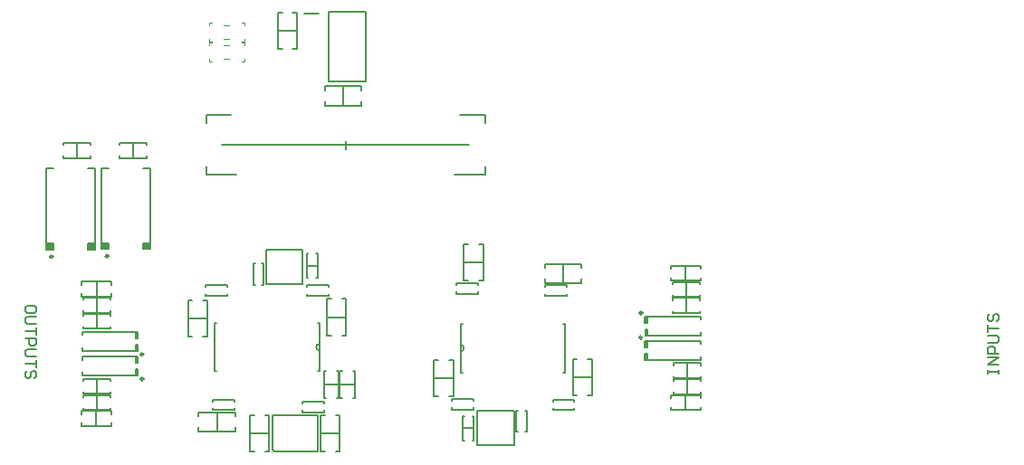
<source format=gto>
G04*
G04 #@! TF.GenerationSoftware,Altium Limited,Altium Designer,21.8.1 (53)*
G04*
G04 Layer_Color=65535*
%FSLAX25Y25*%
%MOIN*%
G70*
G04*
G04 #@! TF.SameCoordinates,C51AC878-C841-4A90-9CA5-41AFAFBE50B8*
G04*
G04*
G04 #@! TF.FilePolarity,Positive*
G04*
G01*
G75*
%ADD10C,0.00984*%
%ADD11C,0.00600*%
%ADD12C,0.00394*%
%ADD13C,0.00787*%
%ADD14C,0.00591*%
%ADD15C,0.00200*%
%ADD16C,0.00500*%
%ADD17C,0.00800*%
%ADD18R,0.02657X0.02165*%
%ADD19R,0.00591X0.02362*%
D10*
X289173Y288878D02*
G03*
X289173Y288878I-492J0D01*
G01*
X322579Y243768D02*
G03*
X322579Y243768I-492J0D01*
G01*
X506240Y268110D02*
G03*
X506240Y268110I-492J0D01*
G01*
X322579Y252823D02*
G03*
X322579Y252823I-492J0D01*
G01*
X506161Y259055D02*
G03*
X506161Y259055I-492J0D01*
G01*
X309646Y289075D02*
G03*
X309646Y289075I-492J0D01*
G01*
D11*
X439332Y253918D02*
G03*
X439332Y256318I0J1200D01*
G01*
X387410Y256712D02*
G03*
X387410Y254312I0J-1200D01*
G01*
X439332Y246218D02*
X440032D01*
X439332D02*
Y253918D01*
Y256318D01*
Y264018D01*
X477232D02*
X477932D01*
Y246218D02*
Y264018D01*
X477232Y246218D02*
X477932D01*
X439332Y264018D02*
X440032D01*
X386710Y246612D02*
X387410D01*
X348810Y264412D02*
X349510D01*
X348810Y246612D02*
Y264412D01*
Y246612D02*
X349510Y246612D01*
X387410Y246612D02*
X387410Y254312D01*
X387410Y256712D02*
X387410Y254312D01*
X387410Y256712D02*
Y264412D01*
X386710D02*
X387410D01*
X345694Y321999D02*
X345694Y318899D01*
X437094Y318899D02*
X448394D01*
Y337999D02*
Y340899D01*
X345694Y340899D02*
X354894D01*
X439094D02*
X448394Y340899D01*
X345694Y318899D02*
X356894Y318899D01*
X345694Y337999D02*
Y340899D01*
X448394Y318899D02*
Y321999D01*
D12*
X369882Y216535D02*
G03*
X369882Y216535I-197J0D01*
G01*
D13*
X289272Y291437D02*
Y293602D01*
X286614Y293602D02*
X289272Y293602D01*
X302067Y293602D02*
X304724D01*
X302067Y291437D02*
X302067Y293602D01*
Y321358D02*
X304724D01*
X302067Y291437D02*
X304724D01*
X286614Y321358D02*
X289272Y321358D01*
X286614Y291437D02*
X289272Y291437D01*
X304724Y291437D02*
Y321358D01*
X286614Y291437D02*
Y321358D01*
X381890Y378405D02*
X387008D01*
X390740Y353339D02*
Y378945D01*
Y353339D02*
X404535D01*
Y378945D01*
X390740D02*
X404535D01*
X319790Y245054D02*
X319790Y247417D01*
X320577D01*
X300105Y245054D02*
Y246235D01*
X320577Y247417D02*
X320577Y245054D01*
X300105D02*
X320577D01*
X319724Y249673D02*
X319724Y252035D01*
X319724Y249673D02*
X320512D01*
X300039Y250854D02*
Y252035D01*
X320512Y249673D02*
X320512Y252035D01*
X300039D02*
X320512D01*
X508045Y264461D02*
Y266824D01*
X507257Y264461D02*
X508045D01*
X527730Y265642D02*
Y266824D01*
X507257Y264461D02*
Y266824D01*
X527730Y266824D01*
X508110Y262205D02*
X508110Y259842D01*
X507323Y262205D02*
X508110Y262205D01*
X527795Y259842D02*
Y261024D01*
X507323Y259842D02*
Y262205D01*
Y259842D02*
X527795Y259842D01*
X319790Y256472D02*
X319790Y254110D01*
X319790Y256472D02*
X320577Y256472D01*
X300105Y254110D02*
Y255291D01*
X320577Y254110D02*
X320577Y256472D01*
X300105Y254110D02*
X320577D01*
X319724Y258728D02*
Y261091D01*
Y258728D02*
X320512D01*
X300039Y259910D02*
Y261091D01*
X320512Y258728D02*
Y261091D01*
X300039D02*
X320512D01*
X507966Y255406D02*
Y257768D01*
X507178Y255406D02*
X507966Y255406D01*
X527651Y256587D02*
Y257768D01*
X507178D02*
X507178Y255406D01*
X507178Y257768D02*
X527651D01*
X508032Y253150D02*
X508032Y250787D01*
X507244Y253150D02*
X508032D01*
X527716Y251969D02*
X527716Y250787D01*
X507244D02*
X507244Y253150D01*
X507244Y250787D02*
X527716D01*
X307087Y291634D02*
X307087Y321555D01*
X325197Y291634D02*
Y321555D01*
X307087Y291634D02*
X309744D01*
X307087Y321555D02*
X309744Y321555D01*
X322539Y291634D02*
X325197D01*
X322539Y321555D02*
X325197D01*
X322539Y291634D02*
Y293799D01*
X325197Y293799D01*
X307087D02*
X309744D01*
Y291634D02*
Y293799D01*
X445542Y231953D02*
X459124Y231953D01*
X445542Y219354D02*
Y231953D01*
Y219354D02*
X459124Y219354D01*
Y231953D01*
X367618Y278740D02*
X381201D01*
X367618D02*
Y291339D01*
X381201D01*
Y278740D02*
Y291339D01*
X374016Y216929D02*
X386614D01*
Y230315D01*
X370079D02*
X386614D01*
X370079Y217717D02*
Y230315D01*
Y217717D02*
X370866Y216929D01*
X374016D01*
D14*
X446034Y293504D02*
X447609D01*
Y280118D02*
Y293504D01*
X446034Y280118D02*
X447609D01*
X440522D02*
X442097D01*
X440522D02*
Y293504D01*
X442097D01*
X440522Y286811D02*
X447609D01*
X429528Y237469D02*
X431102D01*
X429528D02*
Y250854D01*
X431102Y250854D01*
X435039D02*
X436614Y250854D01*
Y237469D02*
Y250854D01*
X435039Y237469D02*
X436614D01*
X429528Y244161D02*
X436614D01*
X436198Y236385D02*
X436198Y235598D01*
X436198Y236385D02*
X444072D01*
Y235598D02*
Y236385D01*
Y232448D02*
Y233235D01*
X436198Y232448D02*
X444072D01*
X436198D02*
X436198Y233235D01*
X394882Y246732D02*
X395638D01*
X394882Y236732D02*
X394882Y246732D01*
X394882Y236732D02*
X395638Y236732D01*
X399638D02*
X400394D01*
Y246732D01*
X399638D02*
X400394D01*
X394882Y241732D02*
X400394Y241732D01*
X390158Y266535D02*
X397244D01*
X390158Y273228D02*
X391732D01*
X390158Y259842D02*
Y273228D01*
Y259842D02*
X391732Y259842D01*
X395669D02*
X397244Y259842D01*
Y273228D01*
X395669D02*
X397244D01*
X299705Y226445D02*
Y227626D01*
Y226445D02*
X310728Y226445D01*
Y227626D01*
Y231957D02*
X310728Y230776D01*
X299705Y231957D02*
X310728D01*
X299705Y230776D02*
Y231957D01*
X305217Y226445D02*
Y231957D01*
X527756Y284252D02*
X527756Y285433D01*
X516732D02*
X527756D01*
X516732Y284252D02*
X516732Y285433D01*
Y279921D02*
Y281102D01*
Y279921D02*
X527756Y279921D01*
Y281102D01*
X522244Y279921D02*
Y285433D01*
X299902Y274083D02*
Y275264D01*
Y274083D02*
X310925D01*
Y275264D01*
Y278413D02*
Y279594D01*
X299902D02*
X310925D01*
X299902Y278413D02*
Y279594D01*
X305413Y274083D02*
Y279594D01*
X527756Y236614D02*
Y237795D01*
X516732Y237795D02*
X527756Y237795D01*
X516732Y237795D02*
X516732Y236614D01*
Y232283D02*
Y233465D01*
Y232283D02*
X527756D01*
Y233465D01*
X522244Y232283D02*
Y237795D01*
X338976Y266142D02*
X346063D01*
X338976Y272835D02*
X340551D01*
X338976Y259449D02*
Y272835D01*
Y259449D02*
X340551Y259449D01*
X344488D02*
X346063Y259449D01*
Y272835D01*
X344488D02*
X346063D01*
X480680Y244488D02*
X487766D01*
X486191Y237795D02*
X487766D01*
Y251181D01*
X486191Y251181D02*
X487766Y251181D01*
X480680D02*
X482254Y251181D01*
X480680Y237795D02*
Y251181D01*
Y237795D02*
X482254D01*
X349606Y224409D02*
Y231496D01*
X342913Y224409D02*
Y225984D01*
Y224409D02*
X356299D01*
Y225984D01*
Y229921D02*
Y231496D01*
X342913D02*
X356299D01*
X342913Y229921D02*
Y231496D01*
X477136Y279134D02*
Y286221D01*
X483829Y284646D02*
Y286221D01*
X470443D02*
X483829D01*
X470443Y284646D02*
Y286221D01*
Y279134D02*
Y280709D01*
Y279134D02*
X483829D01*
Y280709D01*
X481231Y235433D02*
X481231Y236221D01*
X473357D02*
X481231D01*
X473357Y235433D02*
Y236221D01*
Y232283D02*
Y233071D01*
Y232283D02*
X481231D01*
X481231Y233071D02*
X481231Y232283D01*
X390709Y277559D02*
X390709Y278346D01*
X382835D02*
X390709D01*
X382835Y277559D02*
Y278346D01*
Y274410D02*
Y275197D01*
Y274410D02*
X390709D01*
X390709Y275197D02*
X390709Y274410D01*
X305315Y262272D02*
Y267783D01*
X300315Y267028D02*
Y267783D01*
X310315D01*
Y267028D02*
Y267783D01*
Y262272D02*
Y263028D01*
X300315Y262272D02*
X310315D01*
X300315Y263028D02*
X300315Y262272D01*
X396063Y344488D02*
Y351575D01*
X389370Y344488D02*
Y346063D01*
Y344488D02*
X402756D01*
X402756Y346063D01*
X402756Y351575D02*
X402756Y350000D01*
X389370Y351575D02*
X402756D01*
X389370Y350000D02*
Y351575D01*
X372047Y372047D02*
X379134D01*
X377559Y365354D02*
X379134D01*
Y378740D01*
X377559D02*
X379134D01*
X372047D02*
X373622D01*
X372047Y365354D02*
Y378740D01*
Y365354D02*
X373622D01*
X345512Y274410D02*
X345512Y275197D01*
X345512Y274410D02*
X353386D01*
Y275197D01*
Y277559D02*
Y278346D01*
X345512D02*
X353386D01*
X345512D02*
X345512Y277559D01*
X381102Y231496D02*
X381102Y232283D01*
X381102Y231496D02*
X388976D01*
Y232283D01*
Y234646D02*
Y235433D01*
X381102D02*
X388976D01*
X381102D02*
X381102Y234646D01*
X445640Y278346D02*
X445640Y279134D01*
X437766D02*
X445640D01*
X437766Y278346D02*
Y279134D01*
Y275197D02*
Y275984D01*
Y275197D02*
X445640D01*
X445640Y275984D02*
X445640Y275197D01*
X305315Y232350D02*
Y237862D01*
X300315Y237106D02*
X300315Y237862D01*
X310315D01*
Y237106D02*
Y237862D01*
Y232350D02*
Y233106D01*
X300315Y232350D02*
X310315D01*
X300315Y233106D02*
X300315Y232350D01*
X522520Y274016D02*
Y279528D01*
X527520Y274016D02*
Y274772D01*
X517520Y274016D02*
X527520D01*
X517520D02*
Y274772D01*
Y278772D02*
Y279528D01*
X527520D01*
Y278772D02*
Y279528D01*
X362992Y286378D02*
X363779Y286378D01*
X362992Y278504D02*
Y286378D01*
Y278504D02*
X363779D01*
X366142D02*
X366929D01*
Y286378D01*
X366142Y286378D02*
X366929Y286378D01*
X462963Y224252D02*
X463750D01*
Y232126D01*
X462963D02*
X463750D01*
X459813D02*
X460601D01*
X459813Y224252D02*
Y232126D01*
Y224252D02*
X460601D01*
X305315Y238256D02*
X305315Y243768D01*
X300315Y243012D02*
Y243768D01*
X310315D01*
X310315Y243012D01*
X310315Y238256D02*
Y239012D01*
X300315Y238256D02*
X310315D01*
X300315D02*
Y239012D01*
X522441Y273622D02*
X522441Y268110D01*
X527441Y268866D02*
X527441Y268110D01*
X517441D02*
X527441D01*
X517441Y268866D02*
X517441Y268110D01*
X517441Y272866D02*
Y273622D01*
X527441D01*
Y272866D02*
Y273622D01*
X305315Y273689D02*
X305315Y268177D01*
X300315Y272933D02*
Y273689D01*
X310315Y273689D01*
Y272933D02*
Y273689D01*
Y268177D02*
Y268933D01*
X300315Y268177D02*
X310315D01*
X300315D02*
Y268933D01*
X522638Y238189D02*
Y243701D01*
X527638Y238189D02*
Y238945D01*
X517638Y238189D02*
X527638D01*
X517638Y238945D02*
X517638Y238189D01*
X517638Y243701D02*
X517638Y242945D01*
X517638Y243701D02*
X527638D01*
X527638Y242945D01*
X522638Y244094D02*
Y249606D01*
X527638Y244850D02*
X527638Y244094D01*
X517638D02*
X527638D01*
X517638D02*
Y244850D01*
X517638Y248850D02*
X517638Y249606D01*
X527638D01*
Y248850D02*
Y249606D01*
X298228Y330709D02*
X298228Y325197D01*
X293228Y329953D02*
Y330709D01*
X303228D01*
Y329953D02*
Y330709D01*
Y325197D02*
Y325953D01*
X293228Y325197D02*
X303228D01*
X293228Y325953D02*
X293228Y325197D01*
X318701Y330709D02*
X318701Y325197D01*
X313701Y329953D02*
Y330709D01*
X323701D01*
Y329953D02*
Y330709D01*
X323701Y325953D02*
X323701Y325197D01*
X313701Y325197D02*
X323701Y325197D01*
X313701Y325197D02*
X313701Y325953D01*
X386146Y280933D02*
X386646D01*
Y289933D01*
X386146D02*
X386646D01*
X382646D02*
X383146D01*
X382646Y280933D02*
Y289933D01*
Y280933D02*
X383146D01*
X382646Y285433D02*
X386646D01*
X440115Y230189D02*
X440615Y230189D01*
X440115Y221189D02*
Y230189D01*
Y221189D02*
X440615Y221189D01*
X443615D02*
X444115Y221189D01*
Y230189D01*
X443615Y230189D02*
X444115Y230189D01*
X440115Y225689D02*
X444115D01*
X356142Y235433D02*
X356142Y236221D01*
X348268D02*
X356142D01*
X348268Y235433D02*
Y236221D01*
Y232283D02*
Y233071D01*
Y232283D02*
X356142D01*
X356142Y233071D02*
X356142Y232283D01*
X470601Y274410D02*
X470601Y275197D01*
X470601Y274410D02*
X478475D01*
Y275197D01*
Y277559D02*
Y278346D01*
X470601D02*
X478475D01*
X470601D02*
X470601Y277559D01*
X388976Y241732D02*
X394488D01*
X393732Y246732D02*
X394488Y246732D01*
Y236732D02*
Y246732D01*
X393732Y236732D02*
X394488Y236732D01*
X388976Y236732D02*
X389732Y236732D01*
X388976Y236732D02*
Y246732D01*
X389732D01*
X387795Y223622D02*
X394882D01*
X393307Y216929D02*
X394882D01*
Y230315D01*
X393307D02*
X394882D01*
X387795D02*
X389370D01*
X387795Y216929D02*
Y230315D01*
Y216929D02*
X389370D01*
X361811Y223622D02*
X368898D01*
X361811Y230315D02*
X363386D01*
X361811Y216929D02*
Y230315D01*
Y216929D02*
X363386D01*
X367323D02*
X368898D01*
Y230315D01*
X367323D02*
X368898D01*
D15*
X352150Y361673D02*
X354150D01*
X352150Y366673D02*
X354150D01*
X358650Y367673D02*
X359650D01*
Y366673D02*
Y367673D01*
Y360673D02*
Y361673D01*
X358650Y360673D02*
X359650D01*
X346650D02*
X347650D01*
X346650D02*
Y361673D01*
Y367673D02*
X347650D01*
X346650Y366673D02*
Y367673D01*
X352150Y369153D02*
X354150D01*
X352150Y374153D02*
X354150D01*
X358650Y375153D02*
X359650D01*
Y374153D02*
Y375153D01*
Y368154D02*
Y369153D01*
X358650Y368154D02*
X359650D01*
X346650D02*
X347650D01*
X346650D02*
Y369153D01*
Y375153D02*
X347650D01*
X346650Y374153D02*
Y375153D01*
D16*
X351594Y329999D02*
X442494Y329999D01*
X397024Y328250D02*
X397024Y331400D01*
D17*
X633390Y245682D02*
Y247015D01*
Y246348D01*
X637389D01*
Y245682D01*
Y247015D01*
Y249014D02*
X633390D01*
X637389Y251680D01*
X633390D01*
X637389Y253013D02*
X633390D01*
Y255012D01*
X634057Y255679D01*
X635390D01*
X636056Y255012D01*
Y253013D01*
X633390Y257012D02*
X636723D01*
X637389Y257678D01*
Y259011D01*
X636723Y259677D01*
X633390D01*
Y261010D02*
Y263676D01*
Y262343D01*
X637389D01*
X634057Y267675D02*
X633390Y267008D01*
Y265675D01*
X634057Y265009D01*
X634723D01*
X635390Y265675D01*
Y267008D01*
X636056Y267675D01*
X636723D01*
X637389Y267008D01*
Y265675D01*
X636723Y265009D01*
X283145Y268854D02*
Y270187D01*
X282479Y270853D01*
X279813D01*
X279147Y270187D01*
Y268854D01*
X279813Y268188D01*
X282479D01*
X283145Y268854D01*
Y266855D02*
X279813D01*
X279147Y266188D01*
Y264856D01*
X279813Y264189D01*
X283145D01*
Y262856D02*
Y260190D01*
Y261523D01*
X279147D01*
Y258857D02*
X283145D01*
Y256858D01*
X282479Y256192D01*
X281146D01*
X280479Y256858D01*
Y258857D01*
X283145Y254859D02*
X279813D01*
X279147Y254192D01*
Y252859D01*
X279813Y252193D01*
X283145D01*
Y250860D02*
Y248194D01*
Y249527D01*
X279147D01*
X282479Y244196D02*
X283145Y244862D01*
Y246195D01*
X282479Y246861D01*
X281812D01*
X281146Y246195D01*
Y244862D01*
X280479Y244196D01*
X279813D01*
X279147Y244862D01*
Y246195D01*
X279813Y246861D01*
D18*
X287944Y292520D02*
D03*
X303395Y292519D02*
D03*
X323867Y292716D02*
D03*
X308415Y292717D02*
D03*
D19*
X320282Y246235D02*
D03*
X320216Y250854D02*
D03*
X507552Y265642D02*
D03*
X507618Y261024D02*
D03*
X320282Y255291D02*
D03*
X320216Y259910D02*
D03*
X507474Y256587D02*
D03*
X507539Y251969D02*
D03*
M02*

</source>
